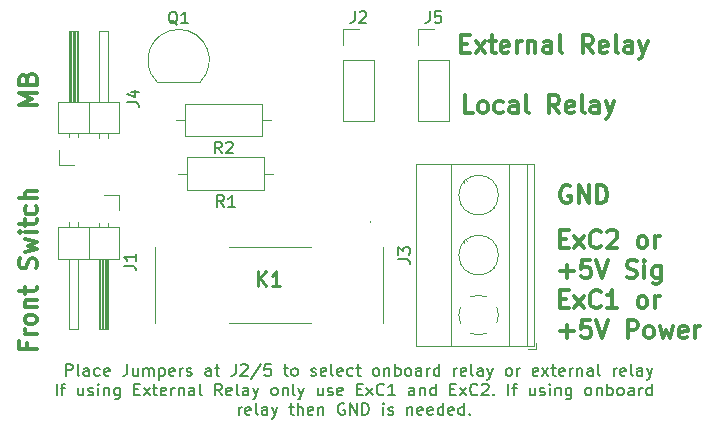
<source format=gbr>
%TF.GenerationSoftware,KiCad,Pcbnew,(5.1.9)-1*%
%TF.CreationDate,2021-09-13T18:08:44-07:00*%
%TF.ProjectId,RemoteStartHack,52656d6f-7465-4537-9461-72744861636b,rev?*%
%TF.SameCoordinates,Original*%
%TF.FileFunction,Legend,Top*%
%TF.FilePolarity,Positive*%
%FSLAX46Y46*%
G04 Gerber Fmt 4.6, Leading zero omitted, Abs format (unit mm)*
G04 Created by KiCad (PCBNEW (5.1.9)-1) date 2021-09-13 18:08:44*
%MOMM*%
%LPD*%
G01*
G04 APERTURE LIST*
%ADD10C,0.150000*%
%ADD11C,0.300000*%
%ADD12C,0.120000*%
%ADD13C,0.100000*%
%ADD14C,0.254000*%
G04 APERTURE END LIST*
D10*
X177144285Y-95322380D02*
X177144285Y-94322380D01*
X177525238Y-94322380D01*
X177620476Y-94370000D01*
X177668095Y-94417619D01*
X177715714Y-94512857D01*
X177715714Y-94655714D01*
X177668095Y-94750952D01*
X177620476Y-94798571D01*
X177525238Y-94846190D01*
X177144285Y-94846190D01*
X178287142Y-95322380D02*
X178191904Y-95274761D01*
X178144285Y-95179523D01*
X178144285Y-94322380D01*
X179096666Y-95322380D02*
X179096666Y-94798571D01*
X179049047Y-94703333D01*
X178953809Y-94655714D01*
X178763333Y-94655714D01*
X178668095Y-94703333D01*
X179096666Y-95274761D02*
X179001428Y-95322380D01*
X178763333Y-95322380D01*
X178668095Y-95274761D01*
X178620476Y-95179523D01*
X178620476Y-95084285D01*
X178668095Y-94989047D01*
X178763333Y-94941428D01*
X179001428Y-94941428D01*
X179096666Y-94893809D01*
X180001428Y-95274761D02*
X179906190Y-95322380D01*
X179715714Y-95322380D01*
X179620476Y-95274761D01*
X179572857Y-95227142D01*
X179525238Y-95131904D01*
X179525238Y-94846190D01*
X179572857Y-94750952D01*
X179620476Y-94703333D01*
X179715714Y-94655714D01*
X179906190Y-94655714D01*
X180001428Y-94703333D01*
X180810952Y-95274761D02*
X180715714Y-95322380D01*
X180525238Y-95322380D01*
X180430000Y-95274761D01*
X180382380Y-95179523D01*
X180382380Y-94798571D01*
X180430000Y-94703333D01*
X180525238Y-94655714D01*
X180715714Y-94655714D01*
X180810952Y-94703333D01*
X180858571Y-94798571D01*
X180858571Y-94893809D01*
X180382380Y-94989047D01*
X182334761Y-94322380D02*
X182334761Y-95036666D01*
X182287142Y-95179523D01*
X182191904Y-95274761D01*
X182049047Y-95322380D01*
X181953809Y-95322380D01*
X183239523Y-94655714D02*
X183239523Y-95322380D01*
X182810952Y-94655714D02*
X182810952Y-95179523D01*
X182858571Y-95274761D01*
X182953809Y-95322380D01*
X183096666Y-95322380D01*
X183191904Y-95274761D01*
X183239523Y-95227142D01*
X183715714Y-95322380D02*
X183715714Y-94655714D01*
X183715714Y-94750952D02*
X183763333Y-94703333D01*
X183858571Y-94655714D01*
X184001428Y-94655714D01*
X184096666Y-94703333D01*
X184144285Y-94798571D01*
X184144285Y-95322380D01*
X184144285Y-94798571D02*
X184191904Y-94703333D01*
X184287142Y-94655714D01*
X184430000Y-94655714D01*
X184525238Y-94703333D01*
X184572857Y-94798571D01*
X184572857Y-95322380D01*
X185049047Y-94655714D02*
X185049047Y-95655714D01*
X185049047Y-94703333D02*
X185144285Y-94655714D01*
X185334761Y-94655714D01*
X185430000Y-94703333D01*
X185477619Y-94750952D01*
X185525238Y-94846190D01*
X185525238Y-95131904D01*
X185477619Y-95227142D01*
X185430000Y-95274761D01*
X185334761Y-95322380D01*
X185144285Y-95322380D01*
X185049047Y-95274761D01*
X186334761Y-95274761D02*
X186239523Y-95322380D01*
X186049047Y-95322380D01*
X185953809Y-95274761D01*
X185906190Y-95179523D01*
X185906190Y-94798571D01*
X185953809Y-94703333D01*
X186049047Y-94655714D01*
X186239523Y-94655714D01*
X186334761Y-94703333D01*
X186382380Y-94798571D01*
X186382380Y-94893809D01*
X185906190Y-94989047D01*
X186810952Y-95322380D02*
X186810952Y-94655714D01*
X186810952Y-94846190D02*
X186858571Y-94750952D01*
X186906190Y-94703333D01*
X187001428Y-94655714D01*
X187096666Y-94655714D01*
X187382380Y-95274761D02*
X187477619Y-95322380D01*
X187668095Y-95322380D01*
X187763333Y-95274761D01*
X187810952Y-95179523D01*
X187810952Y-95131904D01*
X187763333Y-95036666D01*
X187668095Y-94989047D01*
X187525238Y-94989047D01*
X187430000Y-94941428D01*
X187382380Y-94846190D01*
X187382380Y-94798571D01*
X187430000Y-94703333D01*
X187525238Y-94655714D01*
X187668095Y-94655714D01*
X187763333Y-94703333D01*
X189430000Y-95322380D02*
X189430000Y-94798571D01*
X189382380Y-94703333D01*
X189287142Y-94655714D01*
X189096666Y-94655714D01*
X189001428Y-94703333D01*
X189430000Y-95274761D02*
X189334761Y-95322380D01*
X189096666Y-95322380D01*
X189001428Y-95274761D01*
X188953809Y-95179523D01*
X188953809Y-95084285D01*
X189001428Y-94989047D01*
X189096666Y-94941428D01*
X189334761Y-94941428D01*
X189430000Y-94893809D01*
X189763333Y-94655714D02*
X190144285Y-94655714D01*
X189906190Y-94322380D02*
X189906190Y-95179523D01*
X189953809Y-95274761D01*
X190049047Y-95322380D01*
X190144285Y-95322380D01*
X191525238Y-94322380D02*
X191525238Y-95036666D01*
X191477619Y-95179523D01*
X191382380Y-95274761D01*
X191239523Y-95322380D01*
X191144285Y-95322380D01*
X191953809Y-94417619D02*
X192001428Y-94370000D01*
X192096666Y-94322380D01*
X192334761Y-94322380D01*
X192430000Y-94370000D01*
X192477619Y-94417619D01*
X192525238Y-94512857D01*
X192525238Y-94608095D01*
X192477619Y-94750952D01*
X191906190Y-95322380D01*
X192525238Y-95322380D01*
X193668095Y-94274761D02*
X192810952Y-95560476D01*
X194477619Y-94322380D02*
X194001428Y-94322380D01*
X193953809Y-94798571D01*
X194001428Y-94750952D01*
X194096666Y-94703333D01*
X194334761Y-94703333D01*
X194430000Y-94750952D01*
X194477619Y-94798571D01*
X194525238Y-94893809D01*
X194525238Y-95131904D01*
X194477619Y-95227142D01*
X194430000Y-95274761D01*
X194334761Y-95322380D01*
X194096666Y-95322380D01*
X194001428Y-95274761D01*
X193953809Y-95227142D01*
X195572857Y-94655714D02*
X195953809Y-94655714D01*
X195715714Y-94322380D02*
X195715714Y-95179523D01*
X195763333Y-95274761D01*
X195858571Y-95322380D01*
X195953809Y-95322380D01*
X196430000Y-95322380D02*
X196334761Y-95274761D01*
X196287142Y-95227142D01*
X196239523Y-95131904D01*
X196239523Y-94846190D01*
X196287142Y-94750952D01*
X196334761Y-94703333D01*
X196430000Y-94655714D01*
X196572857Y-94655714D01*
X196668095Y-94703333D01*
X196715714Y-94750952D01*
X196763333Y-94846190D01*
X196763333Y-95131904D01*
X196715714Y-95227142D01*
X196668095Y-95274761D01*
X196572857Y-95322380D01*
X196430000Y-95322380D01*
X197906190Y-95274761D02*
X198001428Y-95322380D01*
X198191904Y-95322380D01*
X198287142Y-95274761D01*
X198334761Y-95179523D01*
X198334761Y-95131904D01*
X198287142Y-95036666D01*
X198191904Y-94989047D01*
X198049047Y-94989047D01*
X197953809Y-94941428D01*
X197906190Y-94846190D01*
X197906190Y-94798571D01*
X197953809Y-94703333D01*
X198049047Y-94655714D01*
X198191904Y-94655714D01*
X198287142Y-94703333D01*
X199144285Y-95274761D02*
X199049047Y-95322380D01*
X198858571Y-95322380D01*
X198763333Y-95274761D01*
X198715714Y-95179523D01*
X198715714Y-94798571D01*
X198763333Y-94703333D01*
X198858571Y-94655714D01*
X199049047Y-94655714D01*
X199144285Y-94703333D01*
X199191904Y-94798571D01*
X199191904Y-94893809D01*
X198715714Y-94989047D01*
X199763333Y-95322380D02*
X199668095Y-95274761D01*
X199620476Y-95179523D01*
X199620476Y-94322380D01*
X200525238Y-95274761D02*
X200430000Y-95322380D01*
X200239523Y-95322380D01*
X200144285Y-95274761D01*
X200096666Y-95179523D01*
X200096666Y-94798571D01*
X200144285Y-94703333D01*
X200239523Y-94655714D01*
X200430000Y-94655714D01*
X200525238Y-94703333D01*
X200572857Y-94798571D01*
X200572857Y-94893809D01*
X200096666Y-94989047D01*
X201430000Y-95274761D02*
X201334761Y-95322380D01*
X201144285Y-95322380D01*
X201049047Y-95274761D01*
X201001428Y-95227142D01*
X200953809Y-95131904D01*
X200953809Y-94846190D01*
X201001428Y-94750952D01*
X201049047Y-94703333D01*
X201144285Y-94655714D01*
X201334761Y-94655714D01*
X201430000Y-94703333D01*
X201715714Y-94655714D02*
X202096666Y-94655714D01*
X201858571Y-94322380D02*
X201858571Y-95179523D01*
X201906190Y-95274761D01*
X202001428Y-95322380D01*
X202096666Y-95322380D01*
X203334761Y-95322380D02*
X203239523Y-95274761D01*
X203191904Y-95227142D01*
X203144285Y-95131904D01*
X203144285Y-94846190D01*
X203191904Y-94750952D01*
X203239523Y-94703333D01*
X203334761Y-94655714D01*
X203477619Y-94655714D01*
X203572857Y-94703333D01*
X203620476Y-94750952D01*
X203668095Y-94846190D01*
X203668095Y-95131904D01*
X203620476Y-95227142D01*
X203572857Y-95274761D01*
X203477619Y-95322380D01*
X203334761Y-95322380D01*
X204096666Y-94655714D02*
X204096666Y-95322380D01*
X204096666Y-94750952D02*
X204144285Y-94703333D01*
X204239523Y-94655714D01*
X204382380Y-94655714D01*
X204477619Y-94703333D01*
X204525238Y-94798571D01*
X204525238Y-95322380D01*
X205001428Y-95322380D02*
X205001428Y-94322380D01*
X205001428Y-94703333D02*
X205096666Y-94655714D01*
X205287142Y-94655714D01*
X205382380Y-94703333D01*
X205430000Y-94750952D01*
X205477619Y-94846190D01*
X205477619Y-95131904D01*
X205430000Y-95227142D01*
X205382380Y-95274761D01*
X205287142Y-95322380D01*
X205096666Y-95322380D01*
X205001428Y-95274761D01*
X206049047Y-95322380D02*
X205953809Y-95274761D01*
X205906190Y-95227142D01*
X205858571Y-95131904D01*
X205858571Y-94846190D01*
X205906190Y-94750952D01*
X205953809Y-94703333D01*
X206049047Y-94655714D01*
X206191904Y-94655714D01*
X206287142Y-94703333D01*
X206334761Y-94750952D01*
X206382380Y-94846190D01*
X206382380Y-95131904D01*
X206334761Y-95227142D01*
X206287142Y-95274761D01*
X206191904Y-95322380D01*
X206049047Y-95322380D01*
X207239523Y-95322380D02*
X207239523Y-94798571D01*
X207191904Y-94703333D01*
X207096666Y-94655714D01*
X206906190Y-94655714D01*
X206810952Y-94703333D01*
X207239523Y-95274761D02*
X207144285Y-95322380D01*
X206906190Y-95322380D01*
X206810952Y-95274761D01*
X206763333Y-95179523D01*
X206763333Y-95084285D01*
X206810952Y-94989047D01*
X206906190Y-94941428D01*
X207144285Y-94941428D01*
X207239523Y-94893809D01*
X207715714Y-95322380D02*
X207715714Y-94655714D01*
X207715714Y-94846190D02*
X207763333Y-94750952D01*
X207810952Y-94703333D01*
X207906190Y-94655714D01*
X208001428Y-94655714D01*
X208763333Y-95322380D02*
X208763333Y-94322380D01*
X208763333Y-95274761D02*
X208668095Y-95322380D01*
X208477619Y-95322380D01*
X208382380Y-95274761D01*
X208334761Y-95227142D01*
X208287142Y-95131904D01*
X208287142Y-94846190D01*
X208334761Y-94750952D01*
X208382380Y-94703333D01*
X208477619Y-94655714D01*
X208668095Y-94655714D01*
X208763333Y-94703333D01*
X210001428Y-95322380D02*
X210001428Y-94655714D01*
X210001428Y-94846190D02*
X210049047Y-94750952D01*
X210096666Y-94703333D01*
X210191904Y-94655714D01*
X210287142Y-94655714D01*
X211001428Y-95274761D02*
X210906190Y-95322380D01*
X210715714Y-95322380D01*
X210620476Y-95274761D01*
X210572857Y-95179523D01*
X210572857Y-94798571D01*
X210620476Y-94703333D01*
X210715714Y-94655714D01*
X210906190Y-94655714D01*
X211001428Y-94703333D01*
X211049047Y-94798571D01*
X211049047Y-94893809D01*
X210572857Y-94989047D01*
X211620476Y-95322380D02*
X211525238Y-95274761D01*
X211477619Y-95179523D01*
X211477619Y-94322380D01*
X212429999Y-95322380D02*
X212429999Y-94798571D01*
X212382380Y-94703333D01*
X212287142Y-94655714D01*
X212096666Y-94655714D01*
X212001428Y-94703333D01*
X212429999Y-95274761D02*
X212334761Y-95322380D01*
X212096666Y-95322380D01*
X212001428Y-95274761D01*
X211953809Y-95179523D01*
X211953809Y-95084285D01*
X212001428Y-94989047D01*
X212096666Y-94941428D01*
X212334761Y-94941428D01*
X212429999Y-94893809D01*
X212810952Y-94655714D02*
X213049047Y-95322380D01*
X213287142Y-94655714D02*
X213049047Y-95322380D01*
X212953809Y-95560476D01*
X212906190Y-95608095D01*
X212810952Y-95655714D01*
X214572857Y-95322380D02*
X214477619Y-95274761D01*
X214429999Y-95227142D01*
X214382380Y-95131904D01*
X214382380Y-94846190D01*
X214429999Y-94750952D01*
X214477619Y-94703333D01*
X214572857Y-94655714D01*
X214715714Y-94655714D01*
X214810952Y-94703333D01*
X214858571Y-94750952D01*
X214906190Y-94846190D01*
X214906190Y-95131904D01*
X214858571Y-95227142D01*
X214810952Y-95274761D01*
X214715714Y-95322380D01*
X214572857Y-95322380D01*
X215334761Y-95322380D02*
X215334761Y-94655714D01*
X215334761Y-94846190D02*
X215382380Y-94750952D01*
X215429999Y-94703333D01*
X215525238Y-94655714D01*
X215620476Y-94655714D01*
X217096666Y-95274761D02*
X217001428Y-95322380D01*
X216810952Y-95322380D01*
X216715714Y-95274761D01*
X216668095Y-95179523D01*
X216668095Y-94798571D01*
X216715714Y-94703333D01*
X216810952Y-94655714D01*
X217001428Y-94655714D01*
X217096666Y-94703333D01*
X217144285Y-94798571D01*
X217144285Y-94893809D01*
X216668095Y-94989047D01*
X217477619Y-95322380D02*
X218001428Y-94655714D01*
X217477619Y-94655714D02*
X218001428Y-95322380D01*
X218239523Y-94655714D02*
X218620476Y-94655714D01*
X218382380Y-94322380D02*
X218382380Y-95179523D01*
X218429999Y-95274761D01*
X218525238Y-95322380D01*
X218620476Y-95322380D01*
X219334761Y-95274761D02*
X219239523Y-95322380D01*
X219049047Y-95322380D01*
X218953809Y-95274761D01*
X218906190Y-95179523D01*
X218906190Y-94798571D01*
X218953809Y-94703333D01*
X219049047Y-94655714D01*
X219239523Y-94655714D01*
X219334761Y-94703333D01*
X219382380Y-94798571D01*
X219382380Y-94893809D01*
X218906190Y-94989047D01*
X219810952Y-95322380D02*
X219810952Y-94655714D01*
X219810952Y-94846190D02*
X219858571Y-94750952D01*
X219906190Y-94703333D01*
X220001428Y-94655714D01*
X220096666Y-94655714D01*
X220429999Y-94655714D02*
X220429999Y-95322380D01*
X220429999Y-94750952D02*
X220477619Y-94703333D01*
X220572857Y-94655714D01*
X220715714Y-94655714D01*
X220810952Y-94703333D01*
X220858571Y-94798571D01*
X220858571Y-95322380D01*
X221763333Y-95322380D02*
X221763333Y-94798571D01*
X221715714Y-94703333D01*
X221620476Y-94655714D01*
X221429999Y-94655714D01*
X221334761Y-94703333D01*
X221763333Y-95274761D02*
X221668095Y-95322380D01*
X221429999Y-95322380D01*
X221334761Y-95274761D01*
X221287142Y-95179523D01*
X221287142Y-95084285D01*
X221334761Y-94989047D01*
X221429999Y-94941428D01*
X221668095Y-94941428D01*
X221763333Y-94893809D01*
X222382380Y-95322380D02*
X222287142Y-95274761D01*
X222239523Y-95179523D01*
X222239523Y-94322380D01*
X223525238Y-95322380D02*
X223525238Y-94655714D01*
X223525238Y-94846190D02*
X223572857Y-94750952D01*
X223620476Y-94703333D01*
X223715714Y-94655714D01*
X223810952Y-94655714D01*
X224525238Y-95274761D02*
X224429999Y-95322380D01*
X224239523Y-95322380D01*
X224144285Y-95274761D01*
X224096666Y-95179523D01*
X224096666Y-94798571D01*
X224144285Y-94703333D01*
X224239523Y-94655714D01*
X224429999Y-94655714D01*
X224525238Y-94703333D01*
X224572857Y-94798571D01*
X224572857Y-94893809D01*
X224096666Y-94989047D01*
X225144285Y-95322380D02*
X225049047Y-95274761D01*
X225001428Y-95179523D01*
X225001428Y-94322380D01*
X225953809Y-95322380D02*
X225953809Y-94798571D01*
X225906190Y-94703333D01*
X225810952Y-94655714D01*
X225620476Y-94655714D01*
X225525238Y-94703333D01*
X225953809Y-95274761D02*
X225858571Y-95322380D01*
X225620476Y-95322380D01*
X225525238Y-95274761D01*
X225477619Y-95179523D01*
X225477619Y-95084285D01*
X225525238Y-94989047D01*
X225620476Y-94941428D01*
X225858571Y-94941428D01*
X225953809Y-94893809D01*
X226334761Y-94655714D02*
X226572857Y-95322380D01*
X226810952Y-94655714D02*
X226572857Y-95322380D01*
X226477619Y-95560476D01*
X226429999Y-95608095D01*
X226334761Y-95655714D01*
X176358571Y-96972380D02*
X176358571Y-95972380D01*
X176691904Y-96305714D02*
X177072857Y-96305714D01*
X176834761Y-96972380D02*
X176834761Y-96115238D01*
X176882380Y-96020000D01*
X176977619Y-95972380D01*
X177072857Y-95972380D01*
X178596666Y-96305714D02*
X178596666Y-96972380D01*
X178168095Y-96305714D02*
X178168095Y-96829523D01*
X178215714Y-96924761D01*
X178310952Y-96972380D01*
X178453809Y-96972380D01*
X178549047Y-96924761D01*
X178596666Y-96877142D01*
X179025238Y-96924761D02*
X179120476Y-96972380D01*
X179310952Y-96972380D01*
X179406190Y-96924761D01*
X179453809Y-96829523D01*
X179453809Y-96781904D01*
X179406190Y-96686666D01*
X179310952Y-96639047D01*
X179168095Y-96639047D01*
X179072857Y-96591428D01*
X179025238Y-96496190D01*
X179025238Y-96448571D01*
X179072857Y-96353333D01*
X179168095Y-96305714D01*
X179310952Y-96305714D01*
X179406190Y-96353333D01*
X179882380Y-96972380D02*
X179882380Y-96305714D01*
X179882380Y-95972380D02*
X179834761Y-96020000D01*
X179882380Y-96067619D01*
X179930000Y-96020000D01*
X179882380Y-95972380D01*
X179882380Y-96067619D01*
X180358571Y-96305714D02*
X180358571Y-96972380D01*
X180358571Y-96400952D02*
X180406190Y-96353333D01*
X180501428Y-96305714D01*
X180644285Y-96305714D01*
X180739523Y-96353333D01*
X180787142Y-96448571D01*
X180787142Y-96972380D01*
X181691904Y-96305714D02*
X181691904Y-97115238D01*
X181644285Y-97210476D01*
X181596666Y-97258095D01*
X181501428Y-97305714D01*
X181358571Y-97305714D01*
X181263333Y-97258095D01*
X181691904Y-96924761D02*
X181596666Y-96972380D01*
X181406190Y-96972380D01*
X181310952Y-96924761D01*
X181263333Y-96877142D01*
X181215714Y-96781904D01*
X181215714Y-96496190D01*
X181263333Y-96400952D01*
X181310952Y-96353333D01*
X181406190Y-96305714D01*
X181596666Y-96305714D01*
X181691904Y-96353333D01*
X182930000Y-96448571D02*
X183263333Y-96448571D01*
X183406190Y-96972380D02*
X182930000Y-96972380D01*
X182930000Y-95972380D01*
X183406190Y-95972380D01*
X183739523Y-96972380D02*
X184263333Y-96305714D01*
X183739523Y-96305714D02*
X184263333Y-96972380D01*
X184501428Y-96305714D02*
X184882380Y-96305714D01*
X184644285Y-95972380D02*
X184644285Y-96829523D01*
X184691904Y-96924761D01*
X184787142Y-96972380D01*
X184882380Y-96972380D01*
X185596666Y-96924761D02*
X185501428Y-96972380D01*
X185310952Y-96972380D01*
X185215714Y-96924761D01*
X185168095Y-96829523D01*
X185168095Y-96448571D01*
X185215714Y-96353333D01*
X185310952Y-96305714D01*
X185501428Y-96305714D01*
X185596666Y-96353333D01*
X185644285Y-96448571D01*
X185644285Y-96543809D01*
X185168095Y-96639047D01*
X186072857Y-96972380D02*
X186072857Y-96305714D01*
X186072857Y-96496190D02*
X186120476Y-96400952D01*
X186168095Y-96353333D01*
X186263333Y-96305714D01*
X186358571Y-96305714D01*
X186691904Y-96305714D02*
X186691904Y-96972380D01*
X186691904Y-96400952D02*
X186739523Y-96353333D01*
X186834761Y-96305714D01*
X186977619Y-96305714D01*
X187072857Y-96353333D01*
X187120476Y-96448571D01*
X187120476Y-96972380D01*
X188025238Y-96972380D02*
X188025238Y-96448571D01*
X187977619Y-96353333D01*
X187882380Y-96305714D01*
X187691904Y-96305714D01*
X187596666Y-96353333D01*
X188025238Y-96924761D02*
X187930000Y-96972380D01*
X187691904Y-96972380D01*
X187596666Y-96924761D01*
X187549047Y-96829523D01*
X187549047Y-96734285D01*
X187596666Y-96639047D01*
X187691904Y-96591428D01*
X187930000Y-96591428D01*
X188025238Y-96543809D01*
X188644285Y-96972380D02*
X188549047Y-96924761D01*
X188501428Y-96829523D01*
X188501428Y-95972380D01*
X190358571Y-96972380D02*
X190025238Y-96496190D01*
X189787142Y-96972380D02*
X189787142Y-95972380D01*
X190168095Y-95972380D01*
X190263333Y-96020000D01*
X190310952Y-96067619D01*
X190358571Y-96162857D01*
X190358571Y-96305714D01*
X190310952Y-96400952D01*
X190263333Y-96448571D01*
X190168095Y-96496190D01*
X189787142Y-96496190D01*
X191168095Y-96924761D02*
X191072857Y-96972380D01*
X190882380Y-96972380D01*
X190787142Y-96924761D01*
X190739523Y-96829523D01*
X190739523Y-96448571D01*
X190787142Y-96353333D01*
X190882380Y-96305714D01*
X191072857Y-96305714D01*
X191168095Y-96353333D01*
X191215714Y-96448571D01*
X191215714Y-96543809D01*
X190739523Y-96639047D01*
X191787142Y-96972380D02*
X191691904Y-96924761D01*
X191644285Y-96829523D01*
X191644285Y-95972380D01*
X192596666Y-96972380D02*
X192596666Y-96448571D01*
X192549047Y-96353333D01*
X192453809Y-96305714D01*
X192263333Y-96305714D01*
X192168095Y-96353333D01*
X192596666Y-96924761D02*
X192501428Y-96972380D01*
X192263333Y-96972380D01*
X192168095Y-96924761D01*
X192120476Y-96829523D01*
X192120476Y-96734285D01*
X192168095Y-96639047D01*
X192263333Y-96591428D01*
X192501428Y-96591428D01*
X192596666Y-96543809D01*
X192977619Y-96305714D02*
X193215714Y-96972380D01*
X193453809Y-96305714D02*
X193215714Y-96972380D01*
X193120476Y-97210476D01*
X193072857Y-97258095D01*
X192977619Y-97305714D01*
X194739523Y-96972380D02*
X194644285Y-96924761D01*
X194596666Y-96877142D01*
X194549047Y-96781904D01*
X194549047Y-96496190D01*
X194596666Y-96400952D01*
X194644285Y-96353333D01*
X194739523Y-96305714D01*
X194882380Y-96305714D01*
X194977619Y-96353333D01*
X195025238Y-96400952D01*
X195072857Y-96496190D01*
X195072857Y-96781904D01*
X195025238Y-96877142D01*
X194977619Y-96924761D01*
X194882380Y-96972380D01*
X194739523Y-96972380D01*
X195501428Y-96305714D02*
X195501428Y-96972380D01*
X195501428Y-96400952D02*
X195549047Y-96353333D01*
X195644285Y-96305714D01*
X195787142Y-96305714D01*
X195882380Y-96353333D01*
X195930000Y-96448571D01*
X195930000Y-96972380D01*
X196549047Y-96972380D02*
X196453809Y-96924761D01*
X196406190Y-96829523D01*
X196406190Y-95972380D01*
X196834761Y-96305714D02*
X197072857Y-96972380D01*
X197310952Y-96305714D02*
X197072857Y-96972380D01*
X196977619Y-97210476D01*
X196930000Y-97258095D01*
X196834761Y-97305714D01*
X198882380Y-96305714D02*
X198882380Y-96972380D01*
X198453809Y-96305714D02*
X198453809Y-96829523D01*
X198501428Y-96924761D01*
X198596666Y-96972380D01*
X198739523Y-96972380D01*
X198834761Y-96924761D01*
X198882380Y-96877142D01*
X199310952Y-96924761D02*
X199406190Y-96972380D01*
X199596666Y-96972380D01*
X199691904Y-96924761D01*
X199739523Y-96829523D01*
X199739523Y-96781904D01*
X199691904Y-96686666D01*
X199596666Y-96639047D01*
X199453809Y-96639047D01*
X199358571Y-96591428D01*
X199310952Y-96496190D01*
X199310952Y-96448571D01*
X199358571Y-96353333D01*
X199453809Y-96305714D01*
X199596666Y-96305714D01*
X199691904Y-96353333D01*
X200549047Y-96924761D02*
X200453809Y-96972380D01*
X200263333Y-96972380D01*
X200168095Y-96924761D01*
X200120476Y-96829523D01*
X200120476Y-96448571D01*
X200168095Y-96353333D01*
X200263333Y-96305714D01*
X200453809Y-96305714D01*
X200549047Y-96353333D01*
X200596666Y-96448571D01*
X200596666Y-96543809D01*
X200120476Y-96639047D01*
X201787142Y-96448571D02*
X202120476Y-96448571D01*
X202263333Y-96972380D02*
X201787142Y-96972380D01*
X201787142Y-95972380D01*
X202263333Y-95972380D01*
X202596666Y-96972380D02*
X203120476Y-96305714D01*
X202596666Y-96305714D02*
X203120476Y-96972380D01*
X204072857Y-96877142D02*
X204025238Y-96924761D01*
X203882380Y-96972380D01*
X203787142Y-96972380D01*
X203644285Y-96924761D01*
X203549047Y-96829523D01*
X203501428Y-96734285D01*
X203453809Y-96543809D01*
X203453809Y-96400952D01*
X203501428Y-96210476D01*
X203549047Y-96115238D01*
X203644285Y-96020000D01*
X203787142Y-95972380D01*
X203882380Y-95972380D01*
X204025238Y-96020000D01*
X204072857Y-96067619D01*
X205025238Y-96972380D02*
X204453809Y-96972380D01*
X204739523Y-96972380D02*
X204739523Y-95972380D01*
X204644285Y-96115238D01*
X204549047Y-96210476D01*
X204453809Y-96258095D01*
X206644285Y-96972380D02*
X206644285Y-96448571D01*
X206596666Y-96353333D01*
X206501428Y-96305714D01*
X206310952Y-96305714D01*
X206215714Y-96353333D01*
X206644285Y-96924761D02*
X206549047Y-96972380D01*
X206310952Y-96972380D01*
X206215714Y-96924761D01*
X206168095Y-96829523D01*
X206168095Y-96734285D01*
X206215714Y-96639047D01*
X206310952Y-96591428D01*
X206549047Y-96591428D01*
X206644285Y-96543809D01*
X207120476Y-96305714D02*
X207120476Y-96972380D01*
X207120476Y-96400952D02*
X207168095Y-96353333D01*
X207263333Y-96305714D01*
X207406190Y-96305714D01*
X207501428Y-96353333D01*
X207549047Y-96448571D01*
X207549047Y-96972380D01*
X208453809Y-96972380D02*
X208453809Y-95972380D01*
X208453809Y-96924761D02*
X208358571Y-96972380D01*
X208168095Y-96972380D01*
X208072857Y-96924761D01*
X208025238Y-96877142D01*
X207977619Y-96781904D01*
X207977619Y-96496190D01*
X208025238Y-96400952D01*
X208072857Y-96353333D01*
X208168095Y-96305714D01*
X208358571Y-96305714D01*
X208453809Y-96353333D01*
X209691904Y-96448571D02*
X210025238Y-96448571D01*
X210168095Y-96972380D02*
X209691904Y-96972380D01*
X209691904Y-95972380D01*
X210168095Y-95972380D01*
X210501428Y-96972380D02*
X211025238Y-96305714D01*
X210501428Y-96305714D02*
X211025238Y-96972380D01*
X211977619Y-96877142D02*
X211929999Y-96924761D01*
X211787142Y-96972380D01*
X211691904Y-96972380D01*
X211549047Y-96924761D01*
X211453809Y-96829523D01*
X211406190Y-96734285D01*
X211358571Y-96543809D01*
X211358571Y-96400952D01*
X211406190Y-96210476D01*
X211453809Y-96115238D01*
X211549047Y-96020000D01*
X211691904Y-95972380D01*
X211787142Y-95972380D01*
X211929999Y-96020000D01*
X211977619Y-96067619D01*
X212358571Y-96067619D02*
X212406190Y-96020000D01*
X212501428Y-95972380D01*
X212739523Y-95972380D01*
X212834761Y-96020000D01*
X212882380Y-96067619D01*
X212929999Y-96162857D01*
X212929999Y-96258095D01*
X212882380Y-96400952D01*
X212310952Y-96972380D01*
X212929999Y-96972380D01*
X213358571Y-96877142D02*
X213406190Y-96924761D01*
X213358571Y-96972380D01*
X213310952Y-96924761D01*
X213358571Y-96877142D01*
X213358571Y-96972380D01*
X214596666Y-96972380D02*
X214596666Y-95972380D01*
X214929999Y-96305714D02*
X215310952Y-96305714D01*
X215072857Y-96972380D02*
X215072857Y-96115238D01*
X215120476Y-96020000D01*
X215215714Y-95972380D01*
X215310952Y-95972380D01*
X216834761Y-96305714D02*
X216834761Y-96972380D01*
X216406190Y-96305714D02*
X216406190Y-96829523D01*
X216453809Y-96924761D01*
X216549047Y-96972380D01*
X216691904Y-96972380D01*
X216787142Y-96924761D01*
X216834761Y-96877142D01*
X217263333Y-96924761D02*
X217358571Y-96972380D01*
X217549047Y-96972380D01*
X217644285Y-96924761D01*
X217691904Y-96829523D01*
X217691904Y-96781904D01*
X217644285Y-96686666D01*
X217549047Y-96639047D01*
X217406190Y-96639047D01*
X217310952Y-96591428D01*
X217263333Y-96496190D01*
X217263333Y-96448571D01*
X217310952Y-96353333D01*
X217406190Y-96305714D01*
X217549047Y-96305714D01*
X217644285Y-96353333D01*
X218120476Y-96972380D02*
X218120476Y-96305714D01*
X218120476Y-95972380D02*
X218072857Y-96020000D01*
X218120476Y-96067619D01*
X218168095Y-96020000D01*
X218120476Y-95972380D01*
X218120476Y-96067619D01*
X218596666Y-96305714D02*
X218596666Y-96972380D01*
X218596666Y-96400952D02*
X218644285Y-96353333D01*
X218739523Y-96305714D01*
X218882380Y-96305714D01*
X218977619Y-96353333D01*
X219025238Y-96448571D01*
X219025238Y-96972380D01*
X219929999Y-96305714D02*
X219929999Y-97115238D01*
X219882380Y-97210476D01*
X219834761Y-97258095D01*
X219739523Y-97305714D01*
X219596666Y-97305714D01*
X219501428Y-97258095D01*
X219929999Y-96924761D02*
X219834761Y-96972380D01*
X219644285Y-96972380D01*
X219549047Y-96924761D01*
X219501428Y-96877142D01*
X219453809Y-96781904D01*
X219453809Y-96496190D01*
X219501428Y-96400952D01*
X219549047Y-96353333D01*
X219644285Y-96305714D01*
X219834761Y-96305714D01*
X219929999Y-96353333D01*
X221310952Y-96972380D02*
X221215714Y-96924761D01*
X221168095Y-96877142D01*
X221120476Y-96781904D01*
X221120476Y-96496190D01*
X221168095Y-96400952D01*
X221215714Y-96353333D01*
X221310952Y-96305714D01*
X221453809Y-96305714D01*
X221549047Y-96353333D01*
X221596666Y-96400952D01*
X221644285Y-96496190D01*
X221644285Y-96781904D01*
X221596666Y-96877142D01*
X221549047Y-96924761D01*
X221453809Y-96972380D01*
X221310952Y-96972380D01*
X222072857Y-96305714D02*
X222072857Y-96972380D01*
X222072857Y-96400952D02*
X222120476Y-96353333D01*
X222215714Y-96305714D01*
X222358571Y-96305714D01*
X222453809Y-96353333D01*
X222501428Y-96448571D01*
X222501428Y-96972380D01*
X222977619Y-96972380D02*
X222977619Y-95972380D01*
X222977619Y-96353333D02*
X223072857Y-96305714D01*
X223263333Y-96305714D01*
X223358571Y-96353333D01*
X223406190Y-96400952D01*
X223453809Y-96496190D01*
X223453809Y-96781904D01*
X223406190Y-96877142D01*
X223358571Y-96924761D01*
X223263333Y-96972380D01*
X223072857Y-96972380D01*
X222977619Y-96924761D01*
X224025238Y-96972380D02*
X223929999Y-96924761D01*
X223882380Y-96877142D01*
X223834761Y-96781904D01*
X223834761Y-96496190D01*
X223882380Y-96400952D01*
X223929999Y-96353333D01*
X224025238Y-96305714D01*
X224168095Y-96305714D01*
X224263333Y-96353333D01*
X224310952Y-96400952D01*
X224358571Y-96496190D01*
X224358571Y-96781904D01*
X224310952Y-96877142D01*
X224263333Y-96924761D01*
X224168095Y-96972380D01*
X224025238Y-96972380D01*
X225215714Y-96972380D02*
X225215714Y-96448571D01*
X225168095Y-96353333D01*
X225072857Y-96305714D01*
X224882380Y-96305714D01*
X224787142Y-96353333D01*
X225215714Y-96924761D02*
X225120476Y-96972380D01*
X224882380Y-96972380D01*
X224787142Y-96924761D01*
X224739523Y-96829523D01*
X224739523Y-96734285D01*
X224787142Y-96639047D01*
X224882380Y-96591428D01*
X225120476Y-96591428D01*
X225215714Y-96543809D01*
X225691904Y-96972380D02*
X225691904Y-96305714D01*
X225691904Y-96496190D02*
X225739523Y-96400952D01*
X225787142Y-96353333D01*
X225882380Y-96305714D01*
X225977619Y-96305714D01*
X226739523Y-96972380D02*
X226739523Y-95972380D01*
X226739523Y-96924761D02*
X226644285Y-96972380D01*
X226453809Y-96972380D01*
X226358571Y-96924761D01*
X226310952Y-96877142D01*
X226263333Y-96781904D01*
X226263333Y-96496190D01*
X226310952Y-96400952D01*
X226358571Y-96353333D01*
X226453809Y-96305714D01*
X226644285Y-96305714D01*
X226739523Y-96353333D01*
X191763333Y-98622380D02*
X191763333Y-97955714D01*
X191763333Y-98146190D02*
X191810952Y-98050952D01*
X191858571Y-98003333D01*
X191953809Y-97955714D01*
X192049047Y-97955714D01*
X192763333Y-98574761D02*
X192668095Y-98622380D01*
X192477619Y-98622380D01*
X192382380Y-98574761D01*
X192334761Y-98479523D01*
X192334761Y-98098571D01*
X192382380Y-98003333D01*
X192477619Y-97955714D01*
X192668095Y-97955714D01*
X192763333Y-98003333D01*
X192810952Y-98098571D01*
X192810952Y-98193809D01*
X192334761Y-98289047D01*
X193382380Y-98622380D02*
X193287142Y-98574761D01*
X193239523Y-98479523D01*
X193239523Y-97622380D01*
X194191904Y-98622380D02*
X194191904Y-98098571D01*
X194144285Y-98003333D01*
X194049047Y-97955714D01*
X193858571Y-97955714D01*
X193763333Y-98003333D01*
X194191904Y-98574761D02*
X194096666Y-98622380D01*
X193858571Y-98622380D01*
X193763333Y-98574761D01*
X193715714Y-98479523D01*
X193715714Y-98384285D01*
X193763333Y-98289047D01*
X193858571Y-98241428D01*
X194096666Y-98241428D01*
X194191904Y-98193809D01*
X194572857Y-97955714D02*
X194810952Y-98622380D01*
X195049047Y-97955714D02*
X194810952Y-98622380D01*
X194715714Y-98860476D01*
X194668095Y-98908095D01*
X194572857Y-98955714D01*
X196049047Y-97955714D02*
X196430000Y-97955714D01*
X196191904Y-97622380D02*
X196191904Y-98479523D01*
X196239523Y-98574761D01*
X196334761Y-98622380D01*
X196430000Y-98622380D01*
X196763333Y-98622380D02*
X196763333Y-97622380D01*
X197191904Y-98622380D02*
X197191904Y-98098571D01*
X197144285Y-98003333D01*
X197049047Y-97955714D01*
X196906190Y-97955714D01*
X196810952Y-98003333D01*
X196763333Y-98050952D01*
X198049047Y-98574761D02*
X197953809Y-98622380D01*
X197763333Y-98622380D01*
X197668095Y-98574761D01*
X197620476Y-98479523D01*
X197620476Y-98098571D01*
X197668095Y-98003333D01*
X197763333Y-97955714D01*
X197953809Y-97955714D01*
X198049047Y-98003333D01*
X198096666Y-98098571D01*
X198096666Y-98193809D01*
X197620476Y-98289047D01*
X198525238Y-97955714D02*
X198525238Y-98622380D01*
X198525238Y-98050952D02*
X198572857Y-98003333D01*
X198668095Y-97955714D01*
X198810952Y-97955714D01*
X198906190Y-98003333D01*
X198953809Y-98098571D01*
X198953809Y-98622380D01*
X200715714Y-97670000D02*
X200620476Y-97622380D01*
X200477619Y-97622380D01*
X200334761Y-97670000D01*
X200239523Y-97765238D01*
X200191904Y-97860476D01*
X200144285Y-98050952D01*
X200144285Y-98193809D01*
X200191904Y-98384285D01*
X200239523Y-98479523D01*
X200334761Y-98574761D01*
X200477619Y-98622380D01*
X200572857Y-98622380D01*
X200715714Y-98574761D01*
X200763333Y-98527142D01*
X200763333Y-98193809D01*
X200572857Y-98193809D01*
X201191904Y-98622380D02*
X201191904Y-97622380D01*
X201763333Y-98622380D01*
X201763333Y-97622380D01*
X202239523Y-98622380D02*
X202239523Y-97622380D01*
X202477619Y-97622380D01*
X202620476Y-97670000D01*
X202715714Y-97765238D01*
X202763333Y-97860476D01*
X202810952Y-98050952D01*
X202810952Y-98193809D01*
X202763333Y-98384285D01*
X202715714Y-98479523D01*
X202620476Y-98574761D01*
X202477619Y-98622380D01*
X202239523Y-98622380D01*
X204001428Y-98622380D02*
X204001428Y-97955714D01*
X204001428Y-97622380D02*
X203953809Y-97670000D01*
X204001428Y-97717619D01*
X204049047Y-97670000D01*
X204001428Y-97622380D01*
X204001428Y-97717619D01*
X204430000Y-98574761D02*
X204525238Y-98622380D01*
X204715714Y-98622380D01*
X204810952Y-98574761D01*
X204858571Y-98479523D01*
X204858571Y-98431904D01*
X204810952Y-98336666D01*
X204715714Y-98289047D01*
X204572857Y-98289047D01*
X204477619Y-98241428D01*
X204430000Y-98146190D01*
X204430000Y-98098571D01*
X204477619Y-98003333D01*
X204572857Y-97955714D01*
X204715714Y-97955714D01*
X204810952Y-98003333D01*
X206049047Y-97955714D02*
X206049047Y-98622380D01*
X206049047Y-98050952D02*
X206096666Y-98003333D01*
X206191904Y-97955714D01*
X206334761Y-97955714D01*
X206430000Y-98003333D01*
X206477619Y-98098571D01*
X206477619Y-98622380D01*
X207334761Y-98574761D02*
X207239523Y-98622380D01*
X207049047Y-98622380D01*
X206953809Y-98574761D01*
X206906190Y-98479523D01*
X206906190Y-98098571D01*
X206953809Y-98003333D01*
X207049047Y-97955714D01*
X207239523Y-97955714D01*
X207334761Y-98003333D01*
X207382380Y-98098571D01*
X207382380Y-98193809D01*
X206906190Y-98289047D01*
X208191904Y-98574761D02*
X208096666Y-98622380D01*
X207906190Y-98622380D01*
X207810952Y-98574761D01*
X207763333Y-98479523D01*
X207763333Y-98098571D01*
X207810952Y-98003333D01*
X207906190Y-97955714D01*
X208096666Y-97955714D01*
X208191904Y-98003333D01*
X208239523Y-98098571D01*
X208239523Y-98193809D01*
X207763333Y-98289047D01*
X209096666Y-98622380D02*
X209096666Y-97622380D01*
X209096666Y-98574761D02*
X209001428Y-98622380D01*
X208810952Y-98622380D01*
X208715714Y-98574761D01*
X208668095Y-98527142D01*
X208620476Y-98431904D01*
X208620476Y-98146190D01*
X208668095Y-98050952D01*
X208715714Y-98003333D01*
X208810952Y-97955714D01*
X209001428Y-97955714D01*
X209096666Y-98003333D01*
X209953809Y-98574761D02*
X209858571Y-98622380D01*
X209668095Y-98622380D01*
X209572857Y-98574761D01*
X209525238Y-98479523D01*
X209525238Y-98098571D01*
X209572857Y-98003333D01*
X209668095Y-97955714D01*
X209858571Y-97955714D01*
X209953809Y-98003333D01*
X210001428Y-98098571D01*
X210001428Y-98193809D01*
X209525238Y-98289047D01*
X210858571Y-98622380D02*
X210858571Y-97622380D01*
X210858571Y-98574761D02*
X210763333Y-98622380D01*
X210572857Y-98622380D01*
X210477619Y-98574761D01*
X210430000Y-98527142D01*
X210382380Y-98431904D01*
X210382380Y-98146190D01*
X210430000Y-98050952D01*
X210477619Y-98003333D01*
X210572857Y-97955714D01*
X210763333Y-97955714D01*
X210858571Y-98003333D01*
X211334761Y-98527142D02*
X211382380Y-98574761D01*
X211334761Y-98622380D01*
X211287142Y-98574761D01*
X211334761Y-98527142D01*
X211334761Y-98622380D01*
D11*
X174668571Y-72370000D02*
X173168571Y-72370000D01*
X174240000Y-71870000D01*
X173168571Y-71370000D01*
X174668571Y-71370000D01*
X173882857Y-70155714D02*
X173954285Y-69941428D01*
X174025714Y-69870000D01*
X174168571Y-69798571D01*
X174382857Y-69798571D01*
X174525714Y-69870000D01*
X174597142Y-69941428D01*
X174668571Y-70084285D01*
X174668571Y-70655714D01*
X173168571Y-70655714D01*
X173168571Y-70155714D01*
X173240000Y-70012857D01*
X173311428Y-69941428D01*
X173454285Y-69870000D01*
X173597142Y-69870000D01*
X173740000Y-69941428D01*
X173811428Y-70012857D01*
X173882857Y-70155714D01*
X173882857Y-70655714D01*
X173882857Y-92574285D02*
X173882857Y-93074285D01*
X174668571Y-93074285D02*
X173168571Y-93074285D01*
X173168571Y-92360000D01*
X174668571Y-91788571D02*
X173668571Y-91788571D01*
X173954285Y-91788571D02*
X173811428Y-91717142D01*
X173740000Y-91645714D01*
X173668571Y-91502857D01*
X173668571Y-91360000D01*
X174668571Y-90645714D02*
X174597142Y-90788571D01*
X174525714Y-90860000D01*
X174382857Y-90931428D01*
X173954285Y-90931428D01*
X173811428Y-90860000D01*
X173740000Y-90788571D01*
X173668571Y-90645714D01*
X173668571Y-90431428D01*
X173740000Y-90288571D01*
X173811428Y-90217142D01*
X173954285Y-90145714D01*
X174382857Y-90145714D01*
X174525714Y-90217142D01*
X174597142Y-90288571D01*
X174668571Y-90431428D01*
X174668571Y-90645714D01*
X173668571Y-89502857D02*
X174668571Y-89502857D01*
X173811428Y-89502857D02*
X173740000Y-89431428D01*
X173668571Y-89288571D01*
X173668571Y-89074285D01*
X173740000Y-88931428D01*
X173882857Y-88860000D01*
X174668571Y-88860000D01*
X173668571Y-88360000D02*
X173668571Y-87788571D01*
X173168571Y-88145714D02*
X174454285Y-88145714D01*
X174597142Y-88074285D01*
X174668571Y-87931428D01*
X174668571Y-87788571D01*
X174597142Y-86217142D02*
X174668571Y-86002857D01*
X174668571Y-85645714D01*
X174597142Y-85502857D01*
X174525714Y-85431428D01*
X174382857Y-85360000D01*
X174240000Y-85360000D01*
X174097142Y-85431428D01*
X174025714Y-85502857D01*
X173954285Y-85645714D01*
X173882857Y-85931428D01*
X173811428Y-86074285D01*
X173740000Y-86145714D01*
X173597142Y-86217142D01*
X173454285Y-86217142D01*
X173311428Y-86145714D01*
X173240000Y-86074285D01*
X173168571Y-85931428D01*
X173168571Y-85574285D01*
X173240000Y-85360000D01*
X173668571Y-84860000D02*
X174668571Y-84574285D01*
X173954285Y-84288571D01*
X174668571Y-84002857D01*
X173668571Y-83717142D01*
X174668571Y-83145714D02*
X173668571Y-83145714D01*
X173168571Y-83145714D02*
X173240000Y-83217142D01*
X173311428Y-83145714D01*
X173240000Y-83074285D01*
X173168571Y-83145714D01*
X173311428Y-83145714D01*
X173668571Y-82645714D02*
X173668571Y-82074285D01*
X173168571Y-82431428D02*
X174454285Y-82431428D01*
X174597142Y-82360000D01*
X174668571Y-82217142D01*
X174668571Y-82074285D01*
X174597142Y-80931428D02*
X174668571Y-81074285D01*
X174668571Y-81360000D01*
X174597142Y-81502857D01*
X174525714Y-81574285D01*
X174382857Y-81645714D01*
X173954285Y-81645714D01*
X173811428Y-81574285D01*
X173740000Y-81502857D01*
X173668571Y-81360000D01*
X173668571Y-81074285D01*
X173740000Y-80931428D01*
X174668571Y-80288571D02*
X173168571Y-80288571D01*
X174668571Y-79645714D02*
X173882857Y-79645714D01*
X173740000Y-79717142D01*
X173668571Y-79860000D01*
X173668571Y-80074285D01*
X173740000Y-80217142D01*
X173811428Y-80288571D01*
X218992142Y-88787857D02*
X219492142Y-88787857D01*
X219706428Y-89573571D02*
X218992142Y-89573571D01*
X218992142Y-88073571D01*
X219706428Y-88073571D01*
X220206428Y-89573571D02*
X220992142Y-88573571D01*
X220206428Y-88573571D02*
X220992142Y-89573571D01*
X222420714Y-89430714D02*
X222349285Y-89502142D01*
X222135000Y-89573571D01*
X221992142Y-89573571D01*
X221777857Y-89502142D01*
X221635000Y-89359285D01*
X221563571Y-89216428D01*
X221492142Y-88930714D01*
X221492142Y-88716428D01*
X221563571Y-88430714D01*
X221635000Y-88287857D01*
X221777857Y-88145000D01*
X221992142Y-88073571D01*
X222135000Y-88073571D01*
X222349285Y-88145000D01*
X222420714Y-88216428D01*
X223849285Y-89573571D02*
X222992142Y-89573571D01*
X223420714Y-89573571D02*
X223420714Y-88073571D01*
X223277857Y-88287857D01*
X223135000Y-88430714D01*
X222992142Y-88502142D01*
X225849285Y-89573571D02*
X225706428Y-89502142D01*
X225635000Y-89430714D01*
X225563571Y-89287857D01*
X225563571Y-88859285D01*
X225635000Y-88716428D01*
X225706428Y-88645000D01*
X225849285Y-88573571D01*
X226063571Y-88573571D01*
X226206428Y-88645000D01*
X226277857Y-88716428D01*
X226349285Y-88859285D01*
X226349285Y-89287857D01*
X226277857Y-89430714D01*
X226206428Y-89502142D01*
X226063571Y-89573571D01*
X225849285Y-89573571D01*
X226992142Y-89573571D02*
X226992142Y-88573571D01*
X226992142Y-88859285D02*
X227063571Y-88716428D01*
X227135000Y-88645000D01*
X227277857Y-88573571D01*
X227420714Y-88573571D01*
X218992142Y-91552142D02*
X220135000Y-91552142D01*
X219563571Y-92123571D02*
X219563571Y-90980714D01*
X221563571Y-90623571D02*
X220849285Y-90623571D01*
X220777857Y-91337857D01*
X220849285Y-91266428D01*
X220992142Y-91195000D01*
X221349285Y-91195000D01*
X221492142Y-91266428D01*
X221563571Y-91337857D01*
X221635000Y-91480714D01*
X221635000Y-91837857D01*
X221563571Y-91980714D01*
X221492142Y-92052142D01*
X221349285Y-92123571D01*
X220992142Y-92123571D01*
X220849285Y-92052142D01*
X220777857Y-91980714D01*
X222063571Y-90623571D02*
X222563571Y-92123571D01*
X223063571Y-90623571D01*
X224706428Y-92123571D02*
X224706428Y-90623571D01*
X225277857Y-90623571D01*
X225420714Y-90695000D01*
X225492142Y-90766428D01*
X225563571Y-90909285D01*
X225563571Y-91123571D01*
X225492142Y-91266428D01*
X225420714Y-91337857D01*
X225277857Y-91409285D01*
X224706428Y-91409285D01*
X226420714Y-92123571D02*
X226277857Y-92052142D01*
X226206428Y-91980714D01*
X226135000Y-91837857D01*
X226135000Y-91409285D01*
X226206428Y-91266428D01*
X226277857Y-91195000D01*
X226420714Y-91123571D01*
X226635000Y-91123571D01*
X226777857Y-91195000D01*
X226849285Y-91266428D01*
X226920714Y-91409285D01*
X226920714Y-91837857D01*
X226849285Y-91980714D01*
X226777857Y-92052142D01*
X226635000Y-92123571D01*
X226420714Y-92123571D01*
X227420714Y-91123571D02*
X227706428Y-92123571D01*
X227992142Y-91409285D01*
X228277857Y-92123571D01*
X228563571Y-91123571D01*
X229706428Y-92052142D02*
X229563571Y-92123571D01*
X229277857Y-92123571D01*
X229135000Y-92052142D01*
X229063571Y-91909285D01*
X229063571Y-91337857D01*
X229135000Y-91195000D01*
X229277857Y-91123571D01*
X229563571Y-91123571D01*
X229706428Y-91195000D01*
X229777857Y-91337857D01*
X229777857Y-91480714D01*
X229063571Y-91623571D01*
X230420714Y-92123571D02*
X230420714Y-91123571D01*
X230420714Y-91409285D02*
X230492142Y-91266428D01*
X230563571Y-91195000D01*
X230706428Y-91123571D01*
X230849285Y-91123571D01*
X218992142Y-83707857D02*
X219492142Y-83707857D01*
X219706428Y-84493571D02*
X218992142Y-84493571D01*
X218992142Y-82993571D01*
X219706428Y-82993571D01*
X220206428Y-84493571D02*
X220992142Y-83493571D01*
X220206428Y-83493571D02*
X220992142Y-84493571D01*
X222420714Y-84350714D02*
X222349285Y-84422142D01*
X222135000Y-84493571D01*
X221992142Y-84493571D01*
X221777857Y-84422142D01*
X221635000Y-84279285D01*
X221563571Y-84136428D01*
X221492142Y-83850714D01*
X221492142Y-83636428D01*
X221563571Y-83350714D01*
X221635000Y-83207857D01*
X221777857Y-83065000D01*
X221992142Y-82993571D01*
X222135000Y-82993571D01*
X222349285Y-83065000D01*
X222420714Y-83136428D01*
X222992142Y-83136428D02*
X223063571Y-83065000D01*
X223206428Y-82993571D01*
X223563571Y-82993571D01*
X223706428Y-83065000D01*
X223777857Y-83136428D01*
X223849285Y-83279285D01*
X223849285Y-83422142D01*
X223777857Y-83636428D01*
X222920714Y-84493571D01*
X223849285Y-84493571D01*
X225849285Y-84493571D02*
X225706428Y-84422142D01*
X225635000Y-84350714D01*
X225563571Y-84207857D01*
X225563571Y-83779285D01*
X225635000Y-83636428D01*
X225706428Y-83565000D01*
X225849285Y-83493571D01*
X226063571Y-83493571D01*
X226206428Y-83565000D01*
X226277857Y-83636428D01*
X226349285Y-83779285D01*
X226349285Y-84207857D01*
X226277857Y-84350714D01*
X226206428Y-84422142D01*
X226063571Y-84493571D01*
X225849285Y-84493571D01*
X226992142Y-84493571D02*
X226992142Y-83493571D01*
X226992142Y-83779285D02*
X227063571Y-83636428D01*
X227135000Y-83565000D01*
X227277857Y-83493571D01*
X227420714Y-83493571D01*
X218992142Y-86472142D02*
X220135000Y-86472142D01*
X219563571Y-87043571D02*
X219563571Y-85900714D01*
X221563571Y-85543571D02*
X220849285Y-85543571D01*
X220777857Y-86257857D01*
X220849285Y-86186428D01*
X220992142Y-86115000D01*
X221349285Y-86115000D01*
X221492142Y-86186428D01*
X221563571Y-86257857D01*
X221635000Y-86400714D01*
X221635000Y-86757857D01*
X221563571Y-86900714D01*
X221492142Y-86972142D01*
X221349285Y-87043571D01*
X220992142Y-87043571D01*
X220849285Y-86972142D01*
X220777857Y-86900714D01*
X222063571Y-85543571D02*
X222563571Y-87043571D01*
X223063571Y-85543571D01*
X224635000Y-86972142D02*
X224849285Y-87043571D01*
X225206428Y-87043571D01*
X225349285Y-86972142D01*
X225420714Y-86900714D01*
X225492142Y-86757857D01*
X225492142Y-86615000D01*
X225420714Y-86472142D01*
X225349285Y-86400714D01*
X225206428Y-86329285D01*
X224920714Y-86257857D01*
X224777857Y-86186428D01*
X224706428Y-86115000D01*
X224635000Y-85972142D01*
X224635000Y-85829285D01*
X224706428Y-85686428D01*
X224777857Y-85615000D01*
X224920714Y-85543571D01*
X225277857Y-85543571D01*
X225492142Y-85615000D01*
X226135000Y-87043571D02*
X226135000Y-86043571D01*
X226135000Y-85543571D02*
X226063571Y-85615000D01*
X226135000Y-85686428D01*
X226206428Y-85615000D01*
X226135000Y-85543571D01*
X226135000Y-85686428D01*
X227492142Y-86043571D02*
X227492142Y-87257857D01*
X227420714Y-87400714D01*
X227349285Y-87472142D01*
X227206428Y-87543571D01*
X226992142Y-87543571D01*
X226849285Y-87472142D01*
X227492142Y-86972142D02*
X227349285Y-87043571D01*
X227063571Y-87043571D01*
X226920714Y-86972142D01*
X226849285Y-86900714D01*
X226777857Y-86757857D01*
X226777857Y-86329285D01*
X226849285Y-86186428D01*
X226920714Y-86115000D01*
X227063571Y-86043571D01*
X227349285Y-86043571D01*
X227492142Y-86115000D01*
X219837142Y-79260000D02*
X219694285Y-79188571D01*
X219480000Y-79188571D01*
X219265714Y-79260000D01*
X219122857Y-79402857D01*
X219051428Y-79545714D01*
X218980000Y-79831428D01*
X218980000Y-80045714D01*
X219051428Y-80331428D01*
X219122857Y-80474285D01*
X219265714Y-80617142D01*
X219480000Y-80688571D01*
X219622857Y-80688571D01*
X219837142Y-80617142D01*
X219908571Y-80545714D01*
X219908571Y-80045714D01*
X219622857Y-80045714D01*
X220551428Y-80688571D02*
X220551428Y-79188571D01*
X221408571Y-80688571D01*
X221408571Y-79188571D01*
X222122857Y-80688571D02*
X222122857Y-79188571D01*
X222480000Y-79188571D01*
X222694285Y-79260000D01*
X222837142Y-79402857D01*
X222908571Y-79545714D01*
X222980000Y-79831428D01*
X222980000Y-80045714D01*
X222908571Y-80331428D01*
X222837142Y-80474285D01*
X222694285Y-80617142D01*
X222480000Y-80688571D01*
X222122857Y-80688571D01*
X211634285Y-73068571D02*
X210920000Y-73068571D01*
X210920000Y-71568571D01*
X212348571Y-73068571D02*
X212205714Y-72997142D01*
X212134285Y-72925714D01*
X212062857Y-72782857D01*
X212062857Y-72354285D01*
X212134285Y-72211428D01*
X212205714Y-72140000D01*
X212348571Y-72068571D01*
X212562857Y-72068571D01*
X212705714Y-72140000D01*
X212777142Y-72211428D01*
X212848571Y-72354285D01*
X212848571Y-72782857D01*
X212777142Y-72925714D01*
X212705714Y-72997142D01*
X212562857Y-73068571D01*
X212348571Y-73068571D01*
X214134285Y-72997142D02*
X213991428Y-73068571D01*
X213705714Y-73068571D01*
X213562857Y-72997142D01*
X213491428Y-72925714D01*
X213420000Y-72782857D01*
X213420000Y-72354285D01*
X213491428Y-72211428D01*
X213562857Y-72140000D01*
X213705714Y-72068571D01*
X213991428Y-72068571D01*
X214134285Y-72140000D01*
X215420000Y-73068571D02*
X215420000Y-72282857D01*
X215348571Y-72140000D01*
X215205714Y-72068571D01*
X214920000Y-72068571D01*
X214777142Y-72140000D01*
X215420000Y-72997142D02*
X215277142Y-73068571D01*
X214920000Y-73068571D01*
X214777142Y-72997142D01*
X214705714Y-72854285D01*
X214705714Y-72711428D01*
X214777142Y-72568571D01*
X214920000Y-72497142D01*
X215277142Y-72497142D01*
X215420000Y-72425714D01*
X216348571Y-73068571D02*
X216205714Y-72997142D01*
X216134285Y-72854285D01*
X216134285Y-71568571D01*
X218920000Y-73068571D02*
X218420000Y-72354285D01*
X218062857Y-73068571D02*
X218062857Y-71568571D01*
X218634285Y-71568571D01*
X218777142Y-71640000D01*
X218848571Y-71711428D01*
X218920000Y-71854285D01*
X218920000Y-72068571D01*
X218848571Y-72211428D01*
X218777142Y-72282857D01*
X218634285Y-72354285D01*
X218062857Y-72354285D01*
X220134285Y-72997142D02*
X219991428Y-73068571D01*
X219705714Y-73068571D01*
X219562857Y-72997142D01*
X219491428Y-72854285D01*
X219491428Y-72282857D01*
X219562857Y-72140000D01*
X219705714Y-72068571D01*
X219991428Y-72068571D01*
X220134285Y-72140000D01*
X220205714Y-72282857D01*
X220205714Y-72425714D01*
X219491428Y-72568571D01*
X221062857Y-73068571D02*
X220920000Y-72997142D01*
X220848571Y-72854285D01*
X220848571Y-71568571D01*
X222277142Y-73068571D02*
X222277142Y-72282857D01*
X222205714Y-72140000D01*
X222062857Y-72068571D01*
X221777142Y-72068571D01*
X221634285Y-72140000D01*
X222277142Y-72997142D02*
X222134285Y-73068571D01*
X221777142Y-73068571D01*
X221634285Y-72997142D01*
X221562857Y-72854285D01*
X221562857Y-72711428D01*
X221634285Y-72568571D01*
X221777142Y-72497142D01*
X222134285Y-72497142D01*
X222277142Y-72425714D01*
X222848571Y-72068571D02*
X223205714Y-73068571D01*
X223562857Y-72068571D02*
X223205714Y-73068571D01*
X223062857Y-73425714D01*
X222991428Y-73497142D01*
X222848571Y-73568571D01*
X210618571Y-67202857D02*
X211118571Y-67202857D01*
X211332857Y-67988571D02*
X210618571Y-67988571D01*
X210618571Y-66488571D01*
X211332857Y-66488571D01*
X211832857Y-67988571D02*
X212618571Y-66988571D01*
X211832857Y-66988571D02*
X212618571Y-67988571D01*
X212975714Y-66988571D02*
X213547142Y-66988571D01*
X213190000Y-66488571D02*
X213190000Y-67774285D01*
X213261428Y-67917142D01*
X213404285Y-67988571D01*
X213547142Y-67988571D01*
X214618571Y-67917142D02*
X214475714Y-67988571D01*
X214190000Y-67988571D01*
X214047142Y-67917142D01*
X213975714Y-67774285D01*
X213975714Y-67202857D01*
X214047142Y-67060000D01*
X214190000Y-66988571D01*
X214475714Y-66988571D01*
X214618571Y-67060000D01*
X214690000Y-67202857D01*
X214690000Y-67345714D01*
X213975714Y-67488571D01*
X215332857Y-67988571D02*
X215332857Y-66988571D01*
X215332857Y-67274285D02*
X215404285Y-67131428D01*
X215475714Y-67060000D01*
X215618571Y-66988571D01*
X215761428Y-66988571D01*
X216261428Y-66988571D02*
X216261428Y-67988571D01*
X216261428Y-67131428D02*
X216332857Y-67060000D01*
X216475714Y-66988571D01*
X216690000Y-66988571D01*
X216832857Y-67060000D01*
X216904285Y-67202857D01*
X216904285Y-67988571D01*
X218261428Y-67988571D02*
X218261428Y-67202857D01*
X218190000Y-67060000D01*
X218047142Y-66988571D01*
X217761428Y-66988571D01*
X217618571Y-67060000D01*
X218261428Y-67917142D02*
X218118571Y-67988571D01*
X217761428Y-67988571D01*
X217618571Y-67917142D01*
X217547142Y-67774285D01*
X217547142Y-67631428D01*
X217618571Y-67488571D01*
X217761428Y-67417142D01*
X218118571Y-67417142D01*
X218261428Y-67345714D01*
X219190000Y-67988571D02*
X219047142Y-67917142D01*
X218975714Y-67774285D01*
X218975714Y-66488571D01*
X221761428Y-67988571D02*
X221261428Y-67274285D01*
X220904285Y-67988571D02*
X220904285Y-66488571D01*
X221475714Y-66488571D01*
X221618571Y-66560000D01*
X221690000Y-66631428D01*
X221761428Y-66774285D01*
X221761428Y-66988571D01*
X221690000Y-67131428D01*
X221618571Y-67202857D01*
X221475714Y-67274285D01*
X220904285Y-67274285D01*
X222975714Y-67917142D02*
X222832857Y-67988571D01*
X222547142Y-67988571D01*
X222404285Y-67917142D01*
X222332857Y-67774285D01*
X222332857Y-67202857D01*
X222404285Y-67060000D01*
X222547142Y-66988571D01*
X222832857Y-66988571D01*
X222975714Y-67060000D01*
X223047142Y-67202857D01*
X223047142Y-67345714D01*
X222332857Y-67488571D01*
X223904285Y-67988571D02*
X223761428Y-67917142D01*
X223690000Y-67774285D01*
X223690000Y-66488571D01*
X225118571Y-67988571D02*
X225118571Y-67202857D01*
X225047142Y-67060000D01*
X224904285Y-66988571D01*
X224618571Y-66988571D01*
X224475714Y-67060000D01*
X225118571Y-67917142D02*
X224975714Y-67988571D01*
X224618571Y-67988571D01*
X224475714Y-67917142D01*
X224404285Y-67774285D01*
X224404285Y-67631428D01*
X224475714Y-67488571D01*
X224618571Y-67417142D01*
X224975714Y-67417142D01*
X225118571Y-67345714D01*
X225690000Y-66988571D02*
X226047142Y-67988571D01*
X226404285Y-66988571D02*
X226047142Y-67988571D01*
X225904285Y-68345714D01*
X225832857Y-68417142D01*
X225690000Y-68488571D01*
D12*
%TO.C,J1*%
X181670000Y-82720000D02*
X176470000Y-82720000D01*
X176470000Y-82720000D02*
X176470000Y-85380000D01*
X176470000Y-85380000D02*
X181670000Y-85380000D01*
X181670000Y-85380000D02*
X181670000Y-82720000D01*
X180720000Y-85380000D02*
X180720000Y-91380000D01*
X180720000Y-91380000D02*
X179960000Y-91380000D01*
X179960000Y-91380000D02*
X179960000Y-85380000D01*
X180660000Y-85380000D02*
X180660000Y-91380000D01*
X180540000Y-85380000D02*
X180540000Y-91380000D01*
X180420000Y-85380000D02*
X180420000Y-91380000D01*
X180300000Y-85380000D02*
X180300000Y-91380000D01*
X180180000Y-85380000D02*
X180180000Y-91380000D01*
X180060000Y-85380000D02*
X180060000Y-91380000D01*
X180720000Y-82390000D02*
X180720000Y-82720000D01*
X179960000Y-82390000D02*
X179960000Y-82720000D01*
X179070000Y-82720000D02*
X179070000Y-85380000D01*
X178180000Y-85380000D02*
X178180000Y-91380000D01*
X178180000Y-91380000D02*
X177420000Y-91380000D01*
X177420000Y-91380000D02*
X177420000Y-85380000D01*
X178180000Y-82322929D02*
X178180000Y-82720000D01*
X177420000Y-82322929D02*
X177420000Y-82720000D01*
X180340000Y-80010000D02*
X181610000Y-80010000D01*
X181610000Y-80010000D02*
X181610000Y-81280000D01*
%TO.C,J5*%
X206950000Y-73720000D02*
X209610000Y-73720000D01*
X206950000Y-68580000D02*
X206950000Y-73720000D01*
X209610000Y-68580000D02*
X209610000Y-73720000D01*
X206950000Y-68580000D02*
X209610000Y-68580000D01*
X206950000Y-67310000D02*
X206950000Y-65980000D01*
X206950000Y-65980000D02*
X208280000Y-65980000D01*
%TO.C,R2*%
X193770000Y-75030000D02*
X193770000Y-72290000D01*
X193770000Y-72290000D02*
X187230000Y-72290000D01*
X187230000Y-72290000D02*
X187230000Y-75030000D01*
X187230000Y-75030000D02*
X193770000Y-75030000D01*
X194540000Y-73660000D02*
X193770000Y-73660000D01*
X186460000Y-73660000D02*
X187230000Y-73660000D01*
%TO.C,R1*%
X193950000Y-79560000D02*
X193950000Y-76820000D01*
X193950000Y-76820000D02*
X187410000Y-76820000D01*
X187410000Y-76820000D02*
X187410000Y-79560000D01*
X187410000Y-79560000D02*
X193950000Y-79560000D01*
X194720000Y-78190000D02*
X193950000Y-78190000D01*
X186640000Y-78190000D02*
X187410000Y-78190000D01*
%TO.C,Q1*%
X184890000Y-70430000D02*
X188490000Y-70430000D01*
X188528478Y-70418478D02*
G75*
G03*
X186690000Y-65980000I-1838478J1838478D01*
G01*
X184851522Y-70418478D02*
G75*
G02*
X186690000Y-65980000I1838478J1838478D01*
G01*
D13*
%TO.C,K1*%
X202930000Y-82320000D02*
X202930000Y-82320000D01*
X202930000Y-82220000D02*
X202930000Y-82220000D01*
X203960000Y-90880000D02*
X203960000Y-84380000D01*
X184660000Y-90880000D02*
X184660000Y-84380000D01*
X197930000Y-90880000D02*
X190930000Y-90880000D01*
X197930000Y-84380000D02*
X190930000Y-84380000D01*
X202930000Y-82320000D02*
G75*
G02*
X202930000Y-82220000I0J50000D01*
G01*
X202930000Y-82220000D02*
G75*
G02*
X202930000Y-82320000I0J-50000D01*
G01*
D12*
%TO.C,J4*%
X176470000Y-74760000D02*
X181670000Y-74760000D01*
X181670000Y-74760000D02*
X181670000Y-72100000D01*
X181670000Y-72100000D02*
X176470000Y-72100000D01*
X176470000Y-72100000D02*
X176470000Y-74760000D01*
X177420000Y-72100000D02*
X177420000Y-66100000D01*
X177420000Y-66100000D02*
X178180000Y-66100000D01*
X178180000Y-66100000D02*
X178180000Y-72100000D01*
X177480000Y-72100000D02*
X177480000Y-66100000D01*
X177600000Y-72100000D02*
X177600000Y-66100000D01*
X177720000Y-72100000D02*
X177720000Y-66100000D01*
X177840000Y-72100000D02*
X177840000Y-66100000D01*
X177960000Y-72100000D02*
X177960000Y-66100000D01*
X178080000Y-72100000D02*
X178080000Y-66100000D01*
X177420000Y-75090000D02*
X177420000Y-74760000D01*
X178180000Y-75090000D02*
X178180000Y-74760000D01*
X179070000Y-74760000D02*
X179070000Y-72100000D01*
X179960000Y-72100000D02*
X179960000Y-66100000D01*
X179960000Y-66100000D02*
X180720000Y-66100000D01*
X180720000Y-66100000D02*
X180720000Y-72100000D01*
X179960000Y-75157071D02*
X179960000Y-74760000D01*
X180720000Y-75157071D02*
X180720000Y-74760000D01*
X177800000Y-77470000D02*
X176530000Y-77470000D01*
X176530000Y-77470000D02*
X176530000Y-76200000D01*
%TO.C,J3*%
X213770000Y-85090000D02*
G75*
G03*
X213770000Y-85090000I-1680000J0D01*
G01*
X213770000Y-80010000D02*
G75*
G03*
X213770000Y-80010000I-1680000J0D01*
G01*
X216190000Y-92770000D02*
X216190000Y-77410000D01*
X214690000Y-92770000D02*
X214690000Y-77410000D01*
X209789000Y-92770000D02*
X209789000Y-77410000D01*
X206829000Y-92770000D02*
X206829000Y-77410000D01*
X216750000Y-92770000D02*
X216750000Y-77410000D01*
X206829000Y-92770000D02*
X216750000Y-92770000D01*
X206829000Y-77410000D02*
X216750000Y-77410000D01*
X211021000Y-83815000D02*
X211067000Y-83862000D01*
X213329000Y-86124000D02*
X213364000Y-86159000D01*
X210815000Y-84020000D02*
X210851000Y-84055000D01*
X213113000Y-86317000D02*
X213159000Y-86364000D01*
X211021000Y-78735000D02*
X211067000Y-78782000D01*
X213329000Y-81044000D02*
X213364000Y-81079000D01*
X210815000Y-78940000D02*
X210851000Y-78975000D01*
X213113000Y-81237000D02*
X213159000Y-81284000D01*
X216250000Y-93010000D02*
X216990000Y-93010000D01*
X216990000Y-93010000D02*
X216990000Y-92510000D01*
X213770253Y-90141195D02*
G75*
G02*
X213625000Y-90854000I-1680253J-28805D01*
G01*
X212773042Y-91705426D02*
G75*
G02*
X211406000Y-91705000I-683042J1535426D01*
G01*
X210554574Y-90853042D02*
G75*
G02*
X210555000Y-89486000I1535426J683042D01*
G01*
X211406958Y-88634574D02*
G75*
G02*
X212774000Y-88635000I683042J-1535426D01*
G01*
X213624756Y-89486682D02*
G75*
G02*
X213770000Y-90170000I-1534756J-683318D01*
G01*
%TO.C,J2*%
X200600000Y-73720000D02*
X203260000Y-73720000D01*
X200600000Y-68580000D02*
X200600000Y-73720000D01*
X203260000Y-68580000D02*
X203260000Y-73720000D01*
X200600000Y-68580000D02*
X203260000Y-68580000D01*
X200600000Y-67310000D02*
X200600000Y-65980000D01*
X200600000Y-65980000D02*
X201930000Y-65980000D01*
%TO.C,J1*%
D10*
X182062380Y-85998333D02*
X182776666Y-85998333D01*
X182919523Y-86045952D01*
X183014761Y-86141190D01*
X183062380Y-86284047D01*
X183062380Y-86379285D01*
X183062380Y-84998333D02*
X183062380Y-85569761D01*
X183062380Y-85284047D02*
X182062380Y-85284047D01*
X182205238Y-85379285D01*
X182300476Y-85474523D01*
X182348095Y-85569761D01*
%TO.C,J5*%
X207946666Y-64432380D02*
X207946666Y-65146666D01*
X207899047Y-65289523D01*
X207803809Y-65384761D01*
X207660952Y-65432380D01*
X207565714Y-65432380D01*
X208899047Y-64432380D02*
X208422857Y-64432380D01*
X208375238Y-64908571D01*
X208422857Y-64860952D01*
X208518095Y-64813333D01*
X208756190Y-64813333D01*
X208851428Y-64860952D01*
X208899047Y-64908571D01*
X208946666Y-65003809D01*
X208946666Y-65241904D01*
X208899047Y-65337142D01*
X208851428Y-65384761D01*
X208756190Y-65432380D01*
X208518095Y-65432380D01*
X208422857Y-65384761D01*
X208375238Y-65337142D01*
%TO.C,R2*%
X190333333Y-76482380D02*
X190000000Y-76006190D01*
X189761904Y-76482380D02*
X189761904Y-75482380D01*
X190142857Y-75482380D01*
X190238095Y-75530000D01*
X190285714Y-75577619D01*
X190333333Y-75672857D01*
X190333333Y-75815714D01*
X190285714Y-75910952D01*
X190238095Y-75958571D01*
X190142857Y-76006190D01*
X189761904Y-76006190D01*
X190714285Y-75577619D02*
X190761904Y-75530000D01*
X190857142Y-75482380D01*
X191095238Y-75482380D01*
X191190476Y-75530000D01*
X191238095Y-75577619D01*
X191285714Y-75672857D01*
X191285714Y-75768095D01*
X191238095Y-75910952D01*
X190666666Y-76482380D01*
X191285714Y-76482380D01*
%TO.C,R1*%
X190513333Y-81012380D02*
X190180000Y-80536190D01*
X189941904Y-81012380D02*
X189941904Y-80012380D01*
X190322857Y-80012380D01*
X190418095Y-80060000D01*
X190465714Y-80107619D01*
X190513333Y-80202857D01*
X190513333Y-80345714D01*
X190465714Y-80440952D01*
X190418095Y-80488571D01*
X190322857Y-80536190D01*
X189941904Y-80536190D01*
X191465714Y-81012380D02*
X190894285Y-81012380D01*
X191180000Y-81012380D02*
X191180000Y-80012380D01*
X191084761Y-80155238D01*
X190989523Y-80250476D01*
X190894285Y-80298095D01*
%TO.C,Q1*%
X186594761Y-65567619D02*
X186499523Y-65520000D01*
X186404285Y-65424761D01*
X186261428Y-65281904D01*
X186166190Y-65234285D01*
X186070952Y-65234285D01*
X186118571Y-65472380D02*
X186023333Y-65424761D01*
X185928095Y-65329523D01*
X185880476Y-65139047D01*
X185880476Y-64805714D01*
X185928095Y-64615238D01*
X186023333Y-64520000D01*
X186118571Y-64472380D01*
X186309047Y-64472380D01*
X186404285Y-64520000D01*
X186499523Y-64615238D01*
X186547142Y-64805714D01*
X186547142Y-65139047D01*
X186499523Y-65329523D01*
X186404285Y-65424761D01*
X186309047Y-65472380D01*
X186118571Y-65472380D01*
X187499523Y-65472380D02*
X186928095Y-65472380D01*
X187213809Y-65472380D02*
X187213809Y-64472380D01*
X187118571Y-64615238D01*
X187023333Y-64710476D01*
X186928095Y-64758095D01*
%TO.C,K1*%
D14*
X193372619Y-87730523D02*
X193372619Y-86460523D01*
X194098333Y-87730523D02*
X193554047Y-87004809D01*
X194098333Y-86460523D02*
X193372619Y-87186238D01*
X195307857Y-87730523D02*
X194582142Y-87730523D01*
X194945000Y-87730523D02*
X194945000Y-86460523D01*
X194824047Y-86641952D01*
X194703095Y-86762904D01*
X194582142Y-86823380D01*
%TO.C,J4*%
D10*
X182332380Y-72148333D02*
X183046666Y-72148333D01*
X183189523Y-72195952D01*
X183284761Y-72291190D01*
X183332380Y-72434047D01*
X183332380Y-72529285D01*
X182665714Y-71243571D02*
X183332380Y-71243571D01*
X182284761Y-71481666D02*
X182999047Y-71719761D01*
X182999047Y-71100714D01*
%TO.C,J3*%
X205282380Y-85423333D02*
X205996666Y-85423333D01*
X206139523Y-85470952D01*
X206234761Y-85566190D01*
X206282380Y-85709047D01*
X206282380Y-85804285D01*
X205282380Y-85042380D02*
X205282380Y-84423333D01*
X205663333Y-84756666D01*
X205663333Y-84613809D01*
X205710952Y-84518571D01*
X205758571Y-84470952D01*
X205853809Y-84423333D01*
X206091904Y-84423333D01*
X206187142Y-84470952D01*
X206234761Y-84518571D01*
X206282380Y-84613809D01*
X206282380Y-84899523D01*
X206234761Y-84994761D01*
X206187142Y-85042380D01*
%TO.C,J2*%
X201596666Y-64432380D02*
X201596666Y-65146666D01*
X201549047Y-65289523D01*
X201453809Y-65384761D01*
X201310952Y-65432380D01*
X201215714Y-65432380D01*
X202025238Y-64527619D02*
X202072857Y-64480000D01*
X202168095Y-64432380D01*
X202406190Y-64432380D01*
X202501428Y-64480000D01*
X202549047Y-64527619D01*
X202596666Y-64622857D01*
X202596666Y-64718095D01*
X202549047Y-64860952D01*
X201977619Y-65432380D01*
X202596666Y-65432380D01*
%TD*%
M02*

</source>
